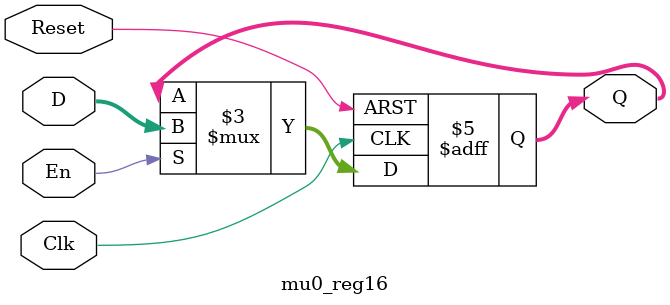
<source format=v>

`timescale 1ns/100ps

// for simulation purposes, do not delete
`default_nettype none

// module header

module mu0_reg16(input  wire        Clk,
	             input  wire        Reset,
			     input  wire        En,
			     input  wire [15:0] D,
			     output reg  [15:0] Q);

// behavioural code - clock driven

always @ (posedge Clk, posedge Reset) begin
    if (Reset) Q = 16'b00;
    else
        if (En)
            Q = D;
        else
            Q = Q;
end

endmodule

// for simulation purposes, do not delete
`default_nettype wire

</source>
